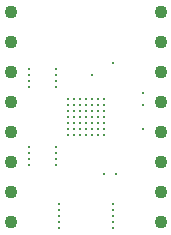
<source format=gbr>
%TF.GenerationSoftware,Altium Limited,Altium Designer,20.1.11 (218)*%
G04 Layer_Color=0*
%FSLAX45Y45*%
%MOMM*%
%TF.SameCoordinates,8684D80F-3192-4470-AB3D-773AF577FA96*%
%TF.FilePolarity,Positive*%
%TF.FileFunction,Plated,1,4,PTH,Drill*%
%TF.Part,Single*%
G01*
G75*
%TA.AperFunction,ComponentDrill*%
%ADD40C,1.10000*%
%TA.AperFunction,ViaDrill,NotFilled*%
%ADD41C,0.20000*%
D40*
X127000Y127000D02*
D03*
Y381000D02*
D03*
Y889000D02*
D03*
Y1397000D02*
D03*
Y1905000D02*
D03*
Y1651000D02*
D03*
Y1143000D02*
D03*
Y635000D02*
D03*
X1397000Y127000D02*
D03*
Y381000D02*
D03*
Y889000D02*
D03*
Y1397000D02*
D03*
Y1905000D02*
D03*
Y1651000D02*
D03*
Y1143000D02*
D03*
Y635000D02*
D03*
D41*
X1244600Y914400D02*
D03*
X508000Y1422400D02*
D03*
Y1371600D02*
D03*
Y1320800D02*
D03*
Y1270000D02*
D03*
X279400Y1422400D02*
D03*
Y1371600D02*
D03*
Y1320800D02*
D03*
Y1270000D02*
D03*
X609600Y1117600D02*
D03*
Y1066800D02*
D03*
Y1168400D02*
D03*
X812800Y1371600D02*
D03*
X1016000Y533400D02*
D03*
X914400D02*
D03*
X990600Y228600D02*
D03*
Y127000D02*
D03*
Y177800D02*
D03*
Y279400D02*
D03*
X508000Y609600D02*
D03*
X1244600Y1219200D02*
D03*
Y1117600D02*
D03*
X990600Y1473200D02*
D03*
Y76200D02*
D03*
X533400D02*
D03*
Y279400D02*
D03*
Y127000D02*
D03*
Y177800D02*
D03*
Y228600D02*
D03*
X508000Y762000D02*
D03*
Y711200D02*
D03*
Y660400D02*
D03*
X279400Y609600D02*
D03*
Y660400D02*
D03*
Y711200D02*
D03*
Y762000D02*
D03*
X660400Y965200D02*
D03*
X711200D02*
D03*
X762000D02*
D03*
Y1016000D02*
D03*
X711200D02*
D03*
X660400D02*
D03*
Y1066800D02*
D03*
X711200D02*
D03*
X762000D02*
D03*
X812800D02*
D03*
Y1016000D02*
D03*
Y965200D02*
D03*
Y914400D02*
D03*
X762000D02*
D03*
X711200D02*
D03*
X660400D02*
D03*
X609600D02*
D03*
Y965200D02*
D03*
Y1016000D02*
D03*
X863600Y1066800D02*
D03*
Y1016000D02*
D03*
Y965200D02*
D03*
Y914400D02*
D03*
Y863600D02*
D03*
X812800D02*
D03*
X762000D02*
D03*
X711200D02*
D03*
X660400D02*
D03*
X609600D02*
D03*
X914400D02*
D03*
Y914400D02*
D03*
Y965200D02*
D03*
Y1016000D02*
D03*
Y1066800D02*
D03*
Y1117600D02*
D03*
X863600D02*
D03*
X812800D02*
D03*
X762000D02*
D03*
X711200D02*
D03*
X660400D02*
D03*
X914400Y1168400D02*
D03*
X863600D02*
D03*
X812800D02*
D03*
X762000D02*
D03*
X711200D02*
D03*
X660400D02*
D03*
%TF.MD5,ccd449c19433a54e3efa45e18dc63f16*%
M02*

</source>
